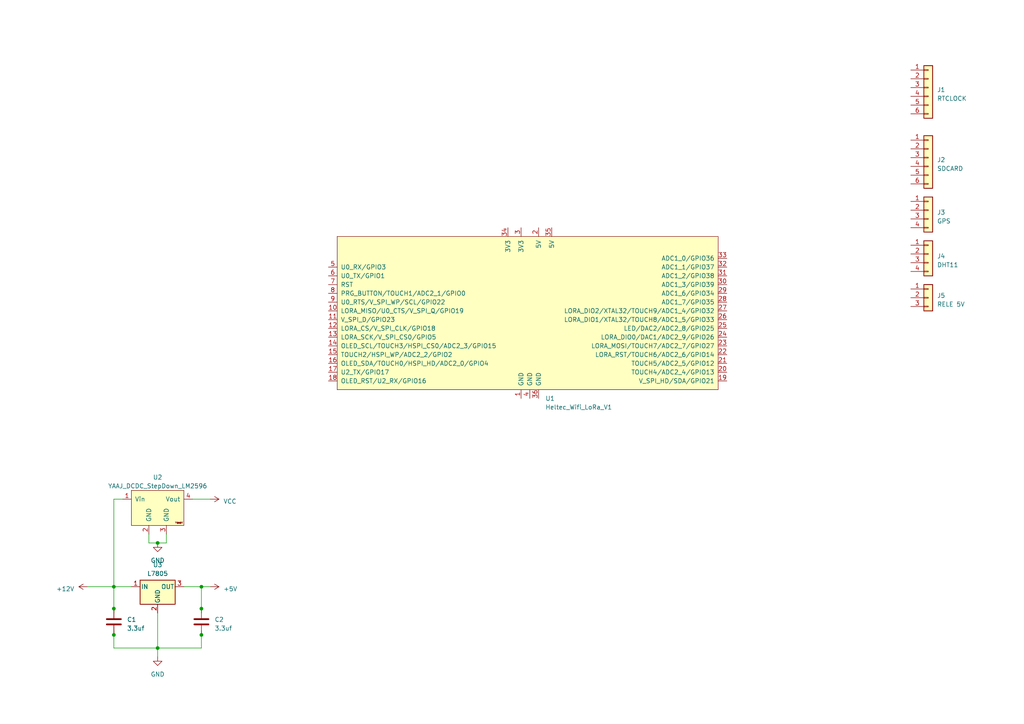
<source format=kicad_sch>
(kicad_sch (version 20230121) (generator eeschema)
  (paper "A4")
  (lib_symbols
    (symbol "Connector_Generic:Conn_01x03" (pin_names (offset 1.016) hide)
      (property "Reference" "J" (at 0 5.08 0))
      (property "Value" "Conn_01x03" (at 0 -5.08 0))
      (symbol "Conn_01x03_1_1"
        (rectangle (start -1.27 -2.413) (end 0 -2.667) (stroke (width 0.1524)))
        (rectangle (start -1.27 0.127) (end 0 -0.127) (stroke (width 0.1524)))
        (rectangle (start -1.27 2.667) (end 0 2.413) (stroke (width 0.1524)))
        (rectangle (start -1.27 3.81) (end 1.27 -3.81) (stroke (width 0.254)) (fill (type background)))
        (pin passive line (at -5.08 2.54 0) (length 3.81) (name "Pin_1") (number "1"))
        (pin passive line (at -5.08 0 0) (length 3.81) (name "Pin_2") (number "2"))
        (pin passive line (at -5.08 -2.54 0) (length 3.81) (name "Pin_3") (number "3"))
      )
    )
    (symbol "Connector_Generic:Conn_01x04" (pin_names (offset 1.016) hide)
      (property "Reference" "J" (at 0 5.08 0))
      (property "Value" "Conn_01x04" (at 0 -7.62 0))
      (symbol "Conn_01x04_1_1"
        (rectangle (start -1.27 -4.953) (end 0 -5.207) (stroke (width 0.1524)))
        (rectangle (start -1.27 -2.413) (end 0 -2.667) (stroke (width 0.1524)))
        (rectangle (start -1.27 0.127) (end 0 -0.127) (stroke (width 0.1524)))
        (rectangle (start -1.27 2.667) (end 0 2.413) (stroke (width 0.1524)))
        (rectangle (start -1.27 3.81) (end 1.27 -6.35) (stroke (width 0.254)) (fill (type background)))
        (pin passive line (at -5.08 2.54 0) (length 3.81) (name "Pin_1") (number "1"))
        (pin passive line (at -5.08 0 0) (length 3.81) (name "Pin_2") (number "2"))
        (pin passive line (at -5.08 -2.54 0) (length 3.81) (name "Pin_3") (number "3"))
        (pin passive line (at -5.08 -5.08 0) (length 3.81) (name "Pin_4") (number "4"))
      )
    )
    (symbol "Connector_Generic:Conn_01x06" (pin_names (offset 1.016) hide)
      (property "Reference" "J" (at 0 7.62 0))
      (property "Value" "Conn_01x06" (at 0 -10.16 0))
      (symbol "Conn_01x06_1_1"
        (rectangle (start -1.27 -7.493) (end 0 -7.747) (stroke (width 0.1524)))
        (rectangle (start -1.27 -4.953) (end 0 -5.207) (stroke (width 0.1524)))
        (rectangle (start -1.27 -2.413) (end 0 -2.667) (stroke (width 0.1524)))
        (rectangle (start -1.27 0.127) (end 0 -0.127) (stroke (width 0.1524)))
        (rectangle (start -1.27 2.667) (end 0 2.413) (stroke (width 0.1524)))
        (rectangle (start -1.27 5.207) (end 0 4.953) (stroke (width 0.1524)))
        (rectangle (start -1.27 6.35) (end 1.27 -8.89) (stroke (width 0.254)) (fill (type background)))
        (pin passive line (at -5.08 5.08 0) (length 3.81) (name "Pin_1") (number "1"))
        (pin passive line (at -5.08 2.54 0) (length 3.81) (name "Pin_2") (number "2"))
        (pin passive line (at -5.08 0 0) (length 3.81) (name "Pin_3") (number "3"))
        (pin passive line (at -5.08 -2.54 0) (length 3.81) (name "Pin_4") (number "4"))
        (pin passive line (at -5.08 -5.08 0) (length 3.81) (name "Pin_5") (number "5"))
        (pin passive line (at -5.08 -7.62 0) (length 3.81) (name "Pin_6") (number "6"))
      )
    )
    (symbol "Device:C" (pin_numbers hide) (pin_names (offset 0.254))
      (property "Reference" "C" (at 0.635 2.54 0))
      (property "Value" "C" (at 0.635 -2.54 0))
      (symbol "C_0_1"
        (polyline (pts (xy -2.032 -0.762) (xy 2.032 -0.762)) (stroke (width 0.508)))
        (polyline (pts (xy -2.032 0.762) (xy 2.032 0.762)) (stroke (width 0.508)))
      )
      (symbol "C_1_1"
        (pin passive line (at 0 3.81 270) (length 2.794) (name "~") (number "1"))
        (pin passive line (at 0 -3.81 90) (length 2.794) (name "~") (number "2"))
      )
    )
    (symbol "Regulator_Linear:L7805" (pin_names (offset 0.254))
      (property "Reference" "U" (at -3.81 3.175 0))
      (property "Value" "L7805" (at 0 3.175 0))
      (symbol "L7805_0_1"
        (rectangle (start -5.08 1.905) (end 5.08 -5.08) (stroke (width 0.254)) (fill (type background)))
      )
      (symbol "L7805_1_1"
        (pin power_in line (at -7.62 0 0) (length 2.54) (name "IN") (number "1"))
        (pin power_in line (at 0 -7.62 90) (length 2.54) (name "GND") (number "2"))
        (pin power_out line (at 7.62 0 180) (length 2.54) (name "OUT") (number "3"))
      )
    )
    (symbol "heltec_wifi_lora_v1:Heltec_Wifi_LoRa_V1" (pin_names (offset 1.016))
      (property "Reference" "U" (at 0 21.59 0))
      (property "Value" "Heltec_Wifi_LoRa_V1" (at 1.27 19.05 0))
      (symbol "Heltec_Wifi_LoRa_V1_0_1"
        (rectangle (start -55.88 5.08) (end 54.61 -39.37) (fill (type background)))
      )
      (symbol "Heltec_Wifi_LoRa_V1_1_1"
        (pin power_in line (at -2.54 -41.91 90) (length 2.54) (name "GND") (number "1"))
        (pin bidirectional line (at -58.42 -16.51 0) (length 2.54) (name "LORA_MISO/U0_CTS/V_SPI_Q/GPIO19") (number "10"))
        (pin bidirectional line (at -58.42 -19.05 0) (length 2.54) (name "V_SPI_D/GPIO23") (number "11"))
        (pin bidirectional line (at -58.42 -21.59 0) (length 2.54) (name "LORA_CS/V_SPI_CLK/GPIO18") (number "12"))
        (pin bidirectional line (at -58.42 -24.13 0) (length 2.54) (name "LORA_SCK/V_SPI_CS0/GPIO5") (number "13"))
        (pin bidirectional line (at -58.42 -26.67 0) (length 2.54) (name "OLED_SCL/TOUCH3/HSPI_CS0/ADC2_3/GPIO15") (number "14"))
        (pin bidirectional line (at -58.42 -29.21 0) (length 2.54) (name "TOUCH2/HSPI_WP/ADC2_2/GPIO2") (number "15"))
        (pin bidirectional line (at -58.42 -31.75 0) (length 2.54) (name "OLED_SDA/TOUCH0/HSPI_HD/ADC2_0/GPIO4") (number "16"))
        (pin bidirectional line (at -58.42 -34.29 0) (length 2.54) (name "U2_TX/GPIO17") (number "17"))
        (pin bidirectional line (at -58.42 -36.83 0) (length 2.54) (name "OLED_RST/U2_RX/GPIO16") (number "18"))
        (pin bidirectional line (at 57.15 -36.83 180) (length 2.54) (name "V_SPI_HD/SDA/GPIO21") (number "19"))
        (pin power_in line (at 2.54 7.62 270) (length 2.54) (name "5V") (number "2"))
        (pin bidirectional line (at 57.15 -34.29 180) (length 2.54) (name "TOUCH4/ADC2_4/GPIO13") (number "20"))
        (pin bidirectional line (at 57.15 -31.75 180) (length 2.54) (name "TOUCH5/ADC2_5/GPIO12") (number "21"))
        (pin bidirectional line (at 57.15 -29.21 180) (length 2.54) (name "LORA_RST/TOUCH6/ADC2_6/GPIO14") (number "22"))
        (pin bidirectional line (at 57.15 -26.67 180) (length 2.54) (name "LORA_MOSI/TOUCH7/ADC2_7/GPIO27") (number "23"))
        (pin bidirectional line (at 57.15 -24.13 180) (length 2.54) (name "LORA_DIO0/DAC1/ADC2_9/GPIO26") (number "24"))
        (pin bidirectional line (at 57.15 -21.59 180) (length 2.54) (name "LED/DAC2/ADC2_8/GPIO25") (number "25"))
        (pin bidirectional line (at 57.15 -19.05 180) (length 2.54) (name "LORA_DIO1/XTAL32/TOUCH8/ADC1_5/GPIO33") (number "26"))
        (pin bidirectional line (at 57.15 -16.51 180) (length 2.54) (name "LORA_DIO2/XTAL32/TOUCH9/ADC1_4/GPIO32") (number "27"))
        (pin bidirectional line (at 57.15 -13.97 180) (length 2.54) (name "ADC1_7/GPIO35") (number "28"))
        (pin bidirectional line (at 57.15 -11.43 180) (length 2.54) (name "ADC1_6/GPIO34") (number "29"))
        (pin power_in line (at -2.54 7.62 270) (length 2.54) (name "3V3") (number "3"))
        (pin bidirectional line (at 57.15 -8.89 180) (length 2.54) (name "ADC1_3/GPIO39") (number "30"))
        (pin bidirectional line (at 57.15 -6.35 180) (length 2.54) (name "ADC1_2/GPIO38") (number "31"))
        (pin bidirectional line (at 57.15 -3.81 180) (length 2.54) (name "ADC1_1/GPIO37") (number "32"))
        (pin bidirectional line (at 57.15 -1.27 180) (length 2.54) (name "ADC1_0/GPIO36") (number "33"))
        (pin power_in line (at -6.35 7.62 270) (length 2.54) (name "3V3") (number "34"))
        (pin power_in line (at 6.35 7.62 270) (length 2.54) (name "5V") (number "35"))
        (pin power_in line (at 2.54 -41.91 90) (length 2.54) (name "GND") (number "36"))
        (pin power_in line (at 0 -41.91 90) (length 2.54) (name "GND") (number "4"))
        (pin bidirectional line (at -58.42 -3.81 0) (length 2.54) (name "U0_RX/GPIO3") (number "5"))
        (pin bidirectional line (at -58.42 -6.35 0) (length 2.54) (name "U0_TX/GPIO1") (number "6"))
        (pin input line (at -58.42 -8.89 0) (length 2.54) (name "RST") (number "7"))
        (pin bidirectional line (at -58.42 -11.43 0) (length 2.54) (name "PRG_BUTTON/TOUCH1/ADC2_1/GPIO0") (number "8"))
        (pin bidirectional line (at -58.42 -13.97 0) (length 2.54) (name "U0_RTS/V_SPI_WP/SCL/GPIO22") (number "9"))
      )
    )
    (symbol "power:+12V" (power) (pin_names (offset 0))
      (property "Value" "+12V" (at 0 3.556 0))
      (symbol "+12V_0_1"
        (polyline (pts (xy -0.762 1.27) (xy 0 2.54)))
        (polyline (pts (xy 0 0) (xy 0 2.54)))
        (polyline (pts (xy 0 2.54) (xy 0.762 1.27)))
      )
      (symbol "+12V_1_1"
        (pin power_in line (at 0 0 90) (length 0) hide (name "+12V") (number "1"))
      )
    )
    (symbol "power:+5V" (power) (pin_names (offset 0))
      (property "Value" "+5V" (at 0 3.556 0))
      (symbol "+5V_0_1"
        (polyline (pts (xy -0.762 1.27) (xy 0 2.54)))
        (polyline (pts (xy 0 0) (xy 0 2.54)))
        (polyline (pts (xy 0 2.54) (xy 0.762 1.27)))
      )
      (symbol "+5V_1_1"
        (pin power_in line (at 0 0 90) (length 0) hide (name "+5V") (number "1"))
      )
    )
    (symbol "power:GND" (power) (pin_names (offset 0))
      (property "Value" "GND" (at 0 -3.81 0))
      (symbol "GND_0_1"
        (polyline (pts (xy 0 0) (xy 0 -1.27) (xy 1.27 -1.27) (xy 0 -2.54) (xy -1.27 -1.27) (xy 0 -1.27)))
      )
      (symbol "GND_1_1"
        (pin power_in line (at 0 0 270) (length 0) hide (name "GND") (number "1"))
      )
    )
    (symbol "power:VCC" (power) (pin_names (offset 0))
      (property "Value" "VCC" (at 0 3.81 0))
      (symbol "VCC_0_1"
        (polyline (pts (xy -0.762 1.27) (xy 0 2.54)))
        (polyline (pts (xy 0 0) (xy 0 2.54)))
        (polyline (pts (xy 0 2.54) (xy 0.762 1.27)))
      )
      (symbol "VCC_1_1"
        (pin power_in line (at 0 0 90) (length 0) hide (name "VCC") (number "1"))
      )
    )
    (symbol "yaaj_dcdc_stepdown_lm2596:YAAJ_DCDC_StepDown_LM2596" (pin_names (offset 1.016))
      (property "Reference" "U" (at -5.08 6.35 0))
      (property "Value" "YAAJ_DCDC_StepDown_LM2596" (at 0 11.43 0))
      (symbol "YAAJ_DCDC_StepDown_LM2596_0_1"
        (rectangle (start -7.62 5.08) (end 7.62 -5.08) (fill (type background)))
      )
      (symbol "YAAJ_DCDC_StepDown_LM2596_1_1"
        (text "Y@@V" (at 6.1976 -4.2672 0) (effects (font (size 0.508 0.508))))
        (pin power_in line (at -10.16 2.54 0) (length 2.54) (name "Vin") (number "1"))
        (pin power_in line (at -2.54 -7.62 90) (length 2.54) (name "GND") (number "2"))
        (pin power_in line (at 2.54 -7.62 90) (length 2.54) (name "GND") (number "3"))
        (pin power_out line (at 10.16 2.54 180) (length 2.54) (name "Vout") (number "4"))
      )
    )
  )
  (junction (at 45.72 157.48))
  (junction (at 45.72 187.96))
  (junction (at 33.02 170.18))
  (junction (at 58.42 176.53))
  (junction (at 58.42 170.18))
  (junction (at 33.02 184.15))
  (junction (at 33.02 176.53))
  (junction (at 58.42 184.15))
  (wire (pts (xy 58.42 170.18) (xy 58.42 176.53)))
  (wire (pts (xy 48.26 154.94) (xy 48.26 157.48)))
  (wire (pts (xy 58.42 170.18) (xy 60.96 170.18)))
  (wire (pts (xy 58.42 187.96) (xy 45.72 187.96)))
  (wire (pts (xy 25.4 170.18) (xy 33.02 170.18)))
  (wire (pts (xy 58.42 176.53) (xy 58.42 177.8)))
  (wire (pts (xy 45.72 187.96) (xy 45.72 190.5)))
  (wire (pts (xy 33.02 176.53) (xy 33.02 170.18)))
  (wire (pts (xy 53.34 170.18) (xy 58.42 170.18)))
  (wire (pts (xy 33.02 182.88) (xy 33.02 184.15)))
  (wire (pts (xy 33.02 144.78) (xy 35.56 144.78)))
  (wire (pts (xy 58.42 184.15) (xy 58.42 187.96)))
  (wire (pts (xy 33.02 144.78) (xy 33.02 170.18)))
  (wire (pts (xy 33.02 187.96) (xy 45.72 187.96)))
  (wire (pts (xy 33.02 184.15) (xy 33.02 187.96)))
  (wire (pts (xy 55.88 144.78) (xy 60.96 144.78)))
  (wire (pts (xy 45.72 177.8) (xy 45.72 187.96)))
  (wire (pts (xy 58.42 182.88) (xy 58.42 184.15)))
  (wire (pts (xy 33.02 177.8) (xy 33.02 176.53)))
  (wire (pts (xy 45.72 157.48) (xy 43.18 157.48)))
  (wire (pts (xy 43.18 154.94) (xy 43.18 157.48)))
  (wire (pts (xy 48.26 157.48) (xy 45.72 157.48)))
  (wire (pts (xy 33.02 170.18) (xy 38.1 170.18)))
  (symbol (lib_id "power:GND") (at 45.72 157.48 0) (unit 1)
    (property "Reference" "#PWR02" (effects hide))
    (property "Value" "GND" (at 45.72 162.56 0))
  )
  (symbol (lib_id "power:GND") (at 45.72 190.5 0) (unit 1)
    (property "Reference" "#PWR05" (effects hide))
    (property "Value" "GND" (at 45.72 195.58 0))
  )
  (symbol (lib_id "Connector_Generic:Conn_01x06") (at 269.24 25.4 0) (unit 1)
    (property "Reference" "J1" (at 271.78 26.035 0) (effects (justify left)))
    (property "Value" "RTCLOCK" (at 271.78 28.575 0) (effects (justify left)))
    (property "Footprint" "Connector_PinSocket_2.54mm:PinSocket_1x06_P2.54mm_Vertical" (effects hide))
  )
  (symbol (lib_id "Connector_Generic:Conn_01x06") (at 269.24 45.72 0) (unit 1)
    (property "Reference" "J2" (at 271.78 46.355 0) (effects (justify left)))
    (property "Value" "SDCARD" (at 271.78 48.895 0) (effects (justify left)))
    (property "Footprint" "Connector_PinSocket_2.54mm:PinSocket_1x06_P2.54mm_Vertical" (effects hide))
  )
  (symbol (lib_id "Connector_Generic:Conn_01x03") (at 269.24 86.36 0) (unit 1)
    (property "Reference" "J5" (at 271.78 85.725 0) (effects (justify left)))
    (property "Value" "RELE 5V" (at 271.78 88.265 0) (effects (justify left)))
    (property "Footprint" "Connector_PinSocket_2.54mm:PinSocket_1x03_P2.54mm_Vertical" (effects hide))
  )
  (symbol (lib_id "Connector_Generic:Conn_01x04") (at 269.24 73.66 0) (unit 1)
    (property "Reference" "J4" (at 271.78 74.295 0) (effects (justify left)))
    (property "Value" "DHT11" (at 271.78 76.835 0) (effects (justify left)))
    (property "Footprint" "Connector_PinSocket_2.54mm:PinSocket_1x04_P2.54mm_Vertical" (effects hide))
  )
  (symbol (lib_id "Connector_Generic:Conn_01x04") (at 269.24 60.96 0) (unit 1)
    (property "Reference" "J3" (at 271.78 61.595 0) (effects (justify left)))
    (property "Value" "GPS" (at 271.78 64.135 0) (effects (justify left)))
    (property "Footprint" "Connector_PinSocket_2.54mm:PinSocket_1x04_P2.54mm_Vertical" (effects hide))
  )
  (symbol (lib_id "yaaj_dcdc_stepdown_lm2596:YAAJ_DCDC_StepDown_LM2596") (at 45.72 147.32 0) (unit 1)
    (property "Reference" "U2" (at 45.72 138.43 0))
    (property "Value" "YAAJ_DCDC_StepDown_LM2596" (at 45.72 140.97 0))
    (property "Footprint" "YAAJ_DCDC_StepDown_LM2596" (effects hide))
  )
  (symbol (lib_id "power:+12V") (at 25.4 170.18 90) (unit 1)
    (property "Reference" "#PWR03" (effects hide))
    (property "Value" "+12V" (at 21.59 170.815 90) (effects (justify left)))
  )
  (symbol (lib_id "power:VCC") (at 60.96 144.78 270) (unit 1)
    (property "Reference" "#PWR01" (effects hide))
    (property "Value" "VCC" (at 64.77 145.415 90) (effects (justify left)))
  )
  (symbol (lib_id "Regulator_Linear:L7805") (at 45.72 170.18 0) (unit 1)
    (property "Reference" "U3" (at 45.72 163.83 0))
    (property "Value" "L7805" (at 45.72 166.37 0))
    (property "Footprint" "l7805:TO255P1020X450X2000-3" (effects hide))
    (property "Datasheet" "http://www.st.com/content/ccc/resource/technical/document/datasheet/41/4f/b3/b0/12/d4/47/88/CD00000444.pdf/files/CD00000444.pdf/jcr:content/translations/en.CD00000444.pdf" (effects hide))
  )
  (symbol (lib_id "heltec_wifi_lora_v1:Heltec_Wifi_LoRa_V1") (at 153.67 73.66 0) (unit 1)
    (property "Reference" "U1" (at 158.1659 115.57 0) (effects (justify left)))
    (property "Value" "Heltec_Wifi_LoRa_V1" (at 158.1659 118.11 0) (effects (justify left)))
    (property "Footprint" "Heltec_wifi_LoRa_v2:Heltec_WiFi_LoRa_V2" (effects hide))
  )
  (symbol (lib_id "Device:C") (at 58.42 180.34 0) (unit 1)
    (property "Reference" "C2" (at 62.23 179.705 0) (effects (justify left)))
    (property "Value" "3.3uf" (at 62.23 182.245 0) (effects (justify left)))
    (property "Footprint" "Capacitor_THT:C_Radial_D5.0mm_H11.0mm_P2.00mm" (effects hide))
  )
  (symbol (lib_id "Device:C") (at 33.02 180.34 0) (unit 1)
    (property "Reference" "C1" (at 36.83 179.705 0) (effects (justify left)))
    (property "Value" "3.3uf" (at 36.83 182.245 0) (effects (justify left)))
    (property "Footprint" "Capacitor_THT:C_Radial_D5.0mm_H11.0mm_P2.00mm" (effects hide))
  )
  (symbol (lib_id "power:+5V") (at 60.96 170.18 270) (unit 1)
    (property "Reference" "#PWR04" (effects hide))
    (property "Value" "+5V" (at 64.77 170.815 90) (effects (justify left)))
  )
)
</source>
